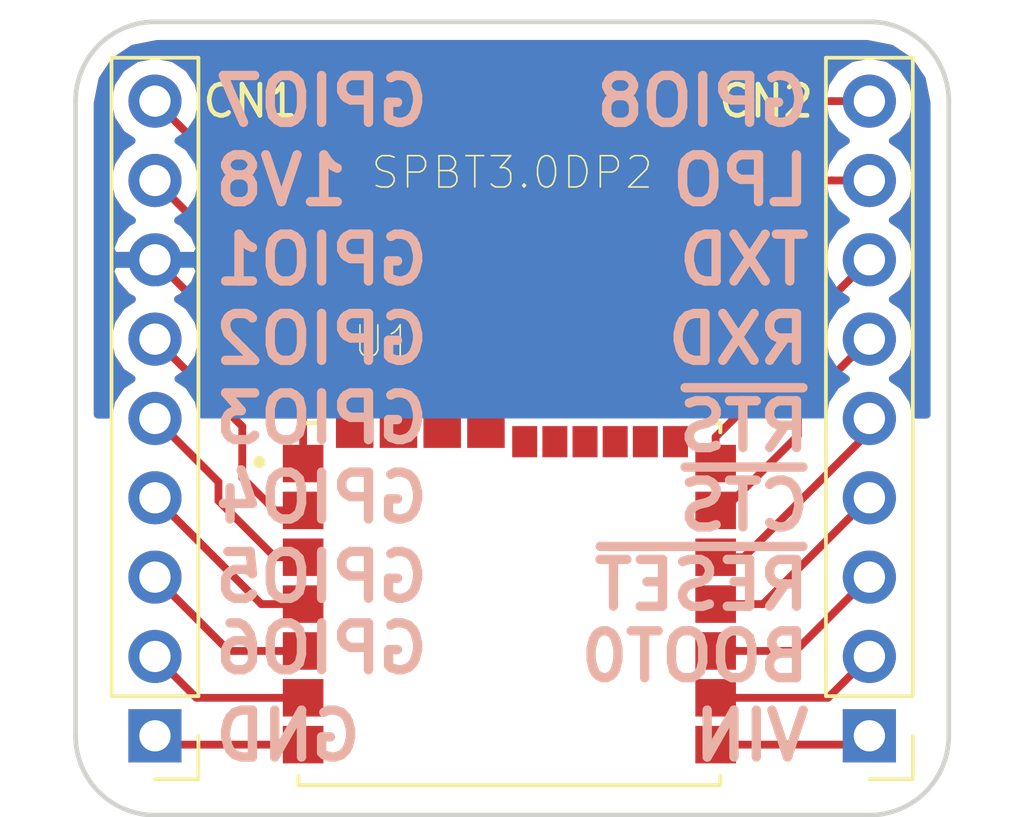
<source format=kicad_pcb>
(kicad_pcb (version 4) (host pcbnew 4.0.6)

  (general
    (links 18)
    (no_connects 0)
    (area 134.544999 86.284999 162.635001 111.835001)
    (thickness 1.6)
    (drawings 26)
    (tracks 49)
    (zones 0)
    (modules 3)
    (nets 19)
  )

  (page A4)
  (layers
    (0 F.Cu signal)
    (31 B.Cu signal)
    (32 B.Adhes user)
    (33 F.Adhes user)
    (34 B.Paste user)
    (35 F.Paste user)
    (36 B.SilkS user)
    (37 F.SilkS user)
    (38 B.Mask user)
    (39 F.Mask user)
    (40 Dwgs.User user)
    (41 Cmts.User user)
    (42 Eco1.User user)
    (43 Eco2.User user)
    (44 Edge.Cuts user)
    (45 Margin user)
    (46 B.CrtYd user)
    (47 F.CrtYd user)
    (48 B.Fab user)
    (49 F.Fab user)
  )

  (setup
    (last_trace_width 0.25)
    (trace_clearance 0.2)
    (zone_clearance 0.508)
    (zone_45_only no)
    (trace_min 0.2)
    (segment_width 0.2)
    (edge_width 0.15)
    (via_size 0.6)
    (via_drill 0.4)
    (via_min_size 0.4)
    (via_min_drill 0.3)
    (uvia_size 0.3)
    (uvia_drill 0.1)
    (uvias_allowed no)
    (uvia_min_size 0)
    (uvia_min_drill 0)
    (pcb_text_width 0.3)
    (pcb_text_size 1.5 1.5)
    (mod_edge_width 0.15)
    (mod_text_size 1 1)
    (mod_text_width 0.15)
    (pad_size 1.524 1.524)
    (pad_drill 0.762)
    (pad_to_mask_clearance 0)
    (aux_axis_origin 0 0)
    (visible_elements FFFFFF7F)
    (pcbplotparams
      (layerselection 0x010f8_80000001)
      (usegerberextensions false)
      (excludeedgelayer true)
      (linewidth 0.100000)
      (plotframeref false)
      (viasonmask false)
      (mode 1)
      (useauxorigin false)
      (hpglpennumber 1)
      (hpglpenspeed 20)
      (hpglpendiameter 15)
      (hpglpenoverlay 2)
      (psnegative false)
      (psa4output false)
      (plotreference true)
      (plotvalue true)
      (plotinvisibletext false)
      (padsonsilk false)
      (subtractmaskfromsilk false)
      (outputformat 1)
      (mirror false)
      (drillshape 0)
      (scaleselection 1)
      (outputdirectory Gerbers))
  )

  (net 0 "")
  (net 1 "Net-(CN1-Pad1)")
  (net 2 "Net-(CN1-Pad2)")
  (net 3 "Net-(CN1-Pad3)")
  (net 4 "Net-(CN1-Pad4)")
  (net 5 "Net-(CN1-Pad5)")
  (net 6 "Net-(CN1-Pad6)")
  (net 7 "Net-(CN1-Pad7)")
  (net 8 "Net-(CN1-Pad8)")
  (net 9 "Net-(CN1-Pad9)")
  (net 10 "Net-(CN2-Pad1)")
  (net 11 "Net-(CN2-Pad2)")
  (net 12 "Net-(CN2-Pad3)")
  (net 13 "Net-(CN2-Pad4)")
  (net 14 "Net-(CN2-Pad5)")
  (net 15 "Net-(CN2-Pad6)")
  (net 16 "Net-(CN2-Pad7)")
  (net 17 "Net-(CN2-Pad8)")
  (net 18 "Net-(CN2-Pad9)")

  (net_class Default "This is the default net class."
    (clearance 0.2)
    (trace_width 0.25)
    (via_dia 0.6)
    (via_drill 0.4)
    (uvia_dia 0.3)
    (uvia_drill 0.1)
    (add_net "Net-(CN1-Pad1)")
    (add_net "Net-(CN1-Pad2)")
    (add_net "Net-(CN1-Pad3)")
    (add_net "Net-(CN1-Pad4)")
    (add_net "Net-(CN1-Pad5)")
    (add_net "Net-(CN1-Pad6)")
    (add_net "Net-(CN1-Pad7)")
    (add_net "Net-(CN1-Pad8)")
    (add_net "Net-(CN1-Pad9)")
    (add_net "Net-(CN2-Pad1)")
    (add_net "Net-(CN2-Pad2)")
    (add_net "Net-(CN2-Pad3)")
    (add_net "Net-(CN2-Pad4)")
    (add_net "Net-(CN2-Pad5)")
    (add_net "Net-(CN2-Pad6)")
    (add_net "Net-(CN2-Pad7)")
    (add_net "Net-(CN2-Pad8)")
    (add_net "Net-(CN2-Pad9)")
  )

  (module Pin_Headers:Pin_Header_Straight_1x09_Pitch2.54mm (layer F.Cu) (tedit 5862ED52) (tstamp 5B2C87D2)
    (at 137.16 109.22 180)
    (descr "Through hole straight pin header, 1x09, 2.54mm pitch, single row")
    (tags "Through hole pin header THT 1x09 2.54mm single row")
    (path /5B2711CC)
    (fp_text reference CN1 (at -3.048 20.32 180) (layer F.SilkS)
      (effects (font (size 1 1) (thickness 0.15)))
    )
    (fp_text value CONN_01X09 (at 0 22.71 180) (layer F.Fab)
      (effects (font (size 1 1) (thickness 0.15)))
    )
    (fp_line (start -1.27 -1.27) (end -1.27 21.59) (layer F.Fab) (width 0.1))
    (fp_line (start -1.27 21.59) (end 1.27 21.59) (layer F.Fab) (width 0.1))
    (fp_line (start 1.27 21.59) (end 1.27 -1.27) (layer F.Fab) (width 0.1))
    (fp_line (start 1.27 -1.27) (end -1.27 -1.27) (layer F.Fab) (width 0.1))
    (fp_line (start -1.39 1.27) (end -1.39 21.71) (layer F.SilkS) (width 0.12))
    (fp_line (start -1.39 21.71) (end 1.39 21.71) (layer F.SilkS) (width 0.12))
    (fp_line (start 1.39 21.71) (end 1.39 1.27) (layer F.SilkS) (width 0.12))
    (fp_line (start 1.39 1.27) (end -1.39 1.27) (layer F.SilkS) (width 0.12))
    (fp_line (start -1.39 0) (end -1.39 -1.39) (layer F.SilkS) (width 0.12))
    (fp_line (start -1.39 -1.39) (end 0 -1.39) (layer F.SilkS) (width 0.12))
    (fp_line (start -1.6 -1.6) (end -1.6 21.9) (layer F.CrtYd) (width 0.05))
    (fp_line (start -1.6 21.9) (end 1.6 21.9) (layer F.CrtYd) (width 0.05))
    (fp_line (start 1.6 21.9) (end 1.6 -1.6) (layer F.CrtYd) (width 0.05))
    (fp_line (start 1.6 -1.6) (end -1.6 -1.6) (layer F.CrtYd) (width 0.05))
    (pad 1 thru_hole rect (at 0 0 180) (size 1.7 1.7) (drill 1) (layers *.Cu *.Mask)
      (net 1 "Net-(CN1-Pad1)"))
    (pad 2 thru_hole oval (at 0 2.54 180) (size 1.7 1.7) (drill 1) (layers *.Cu *.Mask)
      (net 2 "Net-(CN1-Pad2)"))
    (pad 3 thru_hole oval (at 0 5.08 180) (size 1.7 1.7) (drill 1) (layers *.Cu *.Mask)
      (net 3 "Net-(CN1-Pad3)"))
    (pad 4 thru_hole oval (at 0 7.62 180) (size 1.7 1.7) (drill 1) (layers *.Cu *.Mask)
      (net 4 "Net-(CN1-Pad4)"))
    (pad 5 thru_hole oval (at 0 10.16 180) (size 1.7 1.7) (drill 1) (layers *.Cu *.Mask)
      (net 5 "Net-(CN1-Pad5)"))
    (pad 6 thru_hole oval (at 0 12.7 180) (size 1.7 1.7) (drill 1) (layers *.Cu *.Mask)
      (net 6 "Net-(CN1-Pad6)"))
    (pad 7 thru_hole oval (at 0 15.24 180) (size 1.7 1.7) (drill 1) (layers *.Cu *.Mask)
      (net 7 "Net-(CN1-Pad7)"))
    (pad 8 thru_hole oval (at 0 17.78 180) (size 1.7 1.7) (drill 1) (layers *.Cu *.Mask)
      (net 8 "Net-(CN1-Pad8)"))
    (pad 9 thru_hole oval (at 0 20.32 180) (size 1.7 1.7) (drill 1) (layers *.Cu *.Mask)
      (net 9 "Net-(CN1-Pad9)"))
    (model Pin_Headers.3dshapes/Pin_Header_Straight_1x09_Pitch2.54mm.wrl
      (at (xyz 0 -0.4 0))
      (scale (xyz 1 1 1))
      (rotate (xyz 0 0 90))
    )
  )

  (module Pin_Headers:Pin_Header_Straight_1x09_Pitch2.54mm (layer F.Cu) (tedit 5862ED52) (tstamp 5B2C87ED)
    (at 160.02 109.22 180)
    (descr "Through hole straight pin header, 1x09, 2.54mm pitch, single row")
    (tags "Through hole pin header THT 1x09 2.54mm single row")
    (path /5B2710F1)
    (fp_text reference CN2 (at 3.302 20.32 180) (layer F.SilkS)
      (effects (font (size 1 1) (thickness 0.15)))
    )
    (fp_text value CONN_01X09 (at 0 22.71 180) (layer F.Fab)
      (effects (font (size 1 1) (thickness 0.15)))
    )
    (fp_line (start -1.27 -1.27) (end -1.27 21.59) (layer F.Fab) (width 0.1))
    (fp_line (start -1.27 21.59) (end 1.27 21.59) (layer F.Fab) (width 0.1))
    (fp_line (start 1.27 21.59) (end 1.27 -1.27) (layer F.Fab) (width 0.1))
    (fp_line (start 1.27 -1.27) (end -1.27 -1.27) (layer F.Fab) (width 0.1))
    (fp_line (start -1.39 1.27) (end -1.39 21.71) (layer F.SilkS) (width 0.12))
    (fp_line (start -1.39 21.71) (end 1.39 21.71) (layer F.SilkS) (width 0.12))
    (fp_line (start 1.39 21.71) (end 1.39 1.27) (layer F.SilkS) (width 0.12))
    (fp_line (start 1.39 1.27) (end -1.39 1.27) (layer F.SilkS) (width 0.12))
    (fp_line (start -1.39 0) (end -1.39 -1.39) (layer F.SilkS) (width 0.12))
    (fp_line (start -1.39 -1.39) (end 0 -1.39) (layer F.SilkS) (width 0.12))
    (fp_line (start -1.6 -1.6) (end -1.6 21.9) (layer F.CrtYd) (width 0.05))
    (fp_line (start -1.6 21.9) (end 1.6 21.9) (layer F.CrtYd) (width 0.05))
    (fp_line (start 1.6 21.9) (end 1.6 -1.6) (layer F.CrtYd) (width 0.05))
    (fp_line (start 1.6 -1.6) (end -1.6 -1.6) (layer F.CrtYd) (width 0.05))
    (pad 1 thru_hole rect (at 0 0 180) (size 1.7 1.7) (drill 1) (layers *.Cu *.Mask)
      (net 10 "Net-(CN2-Pad1)"))
    (pad 2 thru_hole oval (at 0 2.54 180) (size 1.7 1.7) (drill 1) (layers *.Cu *.Mask)
      (net 11 "Net-(CN2-Pad2)"))
    (pad 3 thru_hole oval (at 0 5.08 180) (size 1.7 1.7) (drill 1) (layers *.Cu *.Mask)
      (net 12 "Net-(CN2-Pad3)"))
    (pad 4 thru_hole oval (at 0 7.62 180) (size 1.7 1.7) (drill 1) (layers *.Cu *.Mask)
      (net 13 "Net-(CN2-Pad4)"))
    (pad 5 thru_hole oval (at 0 10.16 180) (size 1.7 1.7) (drill 1) (layers *.Cu *.Mask)
      (net 14 "Net-(CN2-Pad5)"))
    (pad 6 thru_hole oval (at 0 12.7 180) (size 1.7 1.7) (drill 1) (layers *.Cu *.Mask)
      (net 15 "Net-(CN2-Pad6)"))
    (pad 7 thru_hole oval (at 0 15.24 180) (size 1.7 1.7) (drill 1) (layers *.Cu *.Mask)
      (net 16 "Net-(CN2-Pad7)"))
    (pad 8 thru_hole oval (at 0 17.78 180) (size 1.7 1.7) (drill 1) (layers *.Cu *.Mask)
      (net 17 "Net-(CN2-Pad8)"))
    (pad 9 thru_hole oval (at 0 20.32 180) (size 1.7 1.7) (drill 1) (layers *.Cu *.Mask)
      (net 18 "Net-(CN2-Pad9)"))
    (model Pin_Headers.3dshapes/Pin_Header_Straight_1x09_Pitch2.54mm.wrl
      (at (xyz 0 -0.4 0))
      (scale (xyz 1 1 1))
      (rotate (xyz 0 0 90))
    )
  )

  (module SPBT3.0DP2:STMICRO_SPBT3.0DP2 (layer F.Cu) (tedit 0) (tstamp 5B2C8819)
    (at 148.5011 105.0036)
    (path /5B26B626)
    (attr smd)
    (fp_text reference U1 (at -4.01813 -8.402) (layer F.SilkS)
      (effects (font (size 1.00203 1.00203) (thickness 0.05)))
    )
    (fp_text value SPBT3.0DP2 (at 0.0889 -13.8176) (layer F.SilkS)
      (effects (font (size 1.00387 1.00387) (thickness 0.05)))
    )
    (fp_line (start 6.75 -5.8) (end 6.75 5.8) (layer Dwgs.User) (width 0.127))
    (fp_line (start 6.75 5.8) (end -6.75 5.8) (layer Dwgs.User) (width 0.127))
    (fp_line (start -6.75 5.8) (end -6.75 -5.8) (layer Dwgs.User) (width 0.127))
    (fp_line (start -6.75 -5.8) (end 6.75 -5.8) (layer Dwgs.User) (width 0.127))
    (fp_line (start 6.75 5.5) (end 6.75 5.8) (layer F.SilkS) (width 0.127))
    (fp_line (start 6.75 5.8) (end -6.75 5.8) (layer F.SilkS) (width 0.127))
    (fp_line (start -6.75 5.8) (end -6.75 5.5) (layer F.SilkS) (width 0.127))
    (fp_line (start -5.95 -5.8) (end -6.75 -5.8) (layer F.SilkS) (width 0.127))
    (fp_line (start -6.75 -5.8) (end -6.75 -5.45) (layer F.SilkS) (width 0.127))
    (fp_line (start 6.75 -5.5) (end 6.75 -5.8) (layer F.SilkS) (width 0.127))
    (fp_line (start 6.75 -5.8) (end 6.05 -5.8) (layer F.SilkS) (width 0.127))
    (fp_line (start 7.5 -6.55) (end 7.5 6.05) (layer Dwgs.User) (width 0.05))
    (fp_line (start 7.5 6.05) (end -7.5 6.05) (layer Dwgs.User) (width 0.05))
    (fp_line (start -7.5 6.05) (end -7.5 -6.55) (layer Dwgs.User) (width 0.05))
    (fp_line (start -7.5 -6.55) (end 7.5 -6.55) (layer Dwgs.User) (width 0.05))
    (fp_circle (center -8 -4.55) (end -7.9 -4.55) (layer F.SilkS) (width 0.2))
    (pad 1 smd rect (at -6.6 -4.5 270) (size 1.2 1.3) (layers F.Cu F.Paste F.Mask)
      (net 7 "Net-(CN1-Pad7)"))
    (pad 2 smd rect (at -6.6 -3 270) (size 1.2 1.3) (layers F.Cu F.Paste F.Mask)
      (net 6 "Net-(CN1-Pad6)"))
    (pad 3 smd rect (at -6.6 -1.5 270) (size 1.2 1.3) (layers F.Cu F.Paste F.Mask)
      (net 5 "Net-(CN1-Pad5)"))
    (pad 4 smd rect (at -6.6 0 270) (size 1.2 1.3) (layers F.Cu F.Paste F.Mask)
      (net 4 "Net-(CN1-Pad4)"))
    (pad 5 smd rect (at -6.6 1.5 270) (size 1.2 1.3) (layers F.Cu F.Paste F.Mask)
      (net 3 "Net-(CN1-Pad3)"))
    (pad 6 smd rect (at -6.6 3 270) (size 1.2 1.3) (layers F.Cu F.Paste F.Mask)
      (net 2 "Net-(CN1-Pad2)"))
    (pad 7 smd rect (at -6.6 4.5 270) (size 1.2 1.3) (layers F.Cu F.Paste F.Mask)
      (net 1 "Net-(CN1-Pad1)"))
    (pad 8 smd rect (at 6.6 4.5 270) (size 1.2 1.3) (layers F.Cu F.Paste F.Mask)
      (net 10 "Net-(CN2-Pad1)"))
    (pad 9 smd rect (at 6.6 3 270) (size 1.2 1.3) (layers F.Cu F.Paste F.Mask)
      (net 11 "Net-(CN2-Pad2)"))
    (pad 10 smd rect (at 6.6 1.5 270) (size 1.2 1.3) (layers F.Cu F.Paste F.Mask)
      (net 12 "Net-(CN2-Pad3)"))
    (pad 11 smd rect (at 6.6 0 270) (size 1.2 1.3) (layers F.Cu F.Paste F.Mask)
      (net 13 "Net-(CN2-Pad4)"))
    (pad 12 smd rect (at 6.6 -1.5 270) (size 1.2 1.3) (layers F.Cu F.Paste F.Mask)
      (net 14 "Net-(CN2-Pad5)"))
    (pad 13 smd rect (at 6.6 -3 270) (size 1.2 1.3) (layers F.Cu F.Paste F.Mask)
      (net 15 "Net-(CN2-Pad6)"))
    (pad 14 smd rect (at 6.6 -4.5 270) (size 1.2 1.3) (layers F.Cu F.Paste F.Mask)
      (net 16 "Net-(CN2-Pad7)"))
    (pad 15 smd rect (at -0.75 -5.65) (size 1.2 1.3) (layers F.Cu F.Paste F.Mask)
      (net 17 "Net-(CN2-Pad8)"))
    (pad 16 smd rect (at -2.15 -5.65) (size 1.2 1.3) (layers F.Cu F.Paste F.Mask)
      (net 18 "Net-(CN2-Pad9)"))
    (pad 17 smd rect (at -3.55 -5.65) (size 1.2 1.3) (layers F.Cu F.Paste F.Mask)
      (net 9 "Net-(CN1-Pad9)"))
    (pad 18 smd rect (at -4.95 -5.65) (size 1.2 1.3) (layers F.Cu F.Paste F.Mask)
      (net 8 "Net-(CN1-Pad8)"))
    (pad P$6 smd rect (at 0.49 -5.2) (size 0.8 1) (layers F.Cu F.Paste F.Mask))
    (pad P$5 smd rect (at 1.455 -5.2) (size 0.8 1) (layers F.Cu F.Paste F.Mask))
    (pad P$4 smd rect (at 2.42 -5.2) (size 0.8 1) (layers F.Cu F.Paste F.Mask))
    (pad P$3 smd rect (at 3.385 -5.2) (size 0.8 1) (layers F.Cu F.Paste F.Mask))
    (pad P$2 smd rect (at 4.35 -5.2) (size 0.8 1) (layers F.Cu F.Paste F.Mask))
    (pad P$1 smd rect (at 5.315 -5.2) (size 0.8 1) (layers F.Cu F.Paste F.Mask))
    (model /home/rob/SPBT3.0DP2.Breakout/SPBT3.0DP2.wrl
      (at (xyz 0 0 0))
      (scale (xyz 0.3937 0.3937 0.3937))
      (rotate (xyz -90 0 90))
    )
  )

  (gr_text BOOT0 (at 158.242 106.68) (layer B.SilkS)
    (effects (font (size 1.5 1.5) (thickness 0.3)) (justify left mirror))
  )
  (gr_text ~RESET (at 158.242 104.394) (layer B.SilkS)
    (effects (font (size 1.5 1.5) (thickness 0.3)) (justify left mirror))
  )
  (gr_text VIN (at 158.242 109.22) (layer B.SilkS)
    (effects (font (size 1.5 1.5) (thickness 0.3)) (justify left mirror))
  )
  (gr_text ~CTS (at 158.242 101.854) (layer B.SilkS)
    (effects (font (size 1.5 1.5) (thickness 0.3)) (justify left mirror))
  )
  (gr_text ~RTS (at 158.242 99.314) (layer B.SilkS)
    (effects (font (size 1.5 1.5) (thickness 0.3)) (justify left mirror))
  )
  (gr_text RXD (at 158.242 96.52) (layer B.SilkS)
    (effects (font (size 1.5 1.5) (thickness 0.3)) (justify left mirror))
  )
  (gr_text TXD (at 158.242 93.98) (layer B.SilkS)
    (effects (font (size 1.5 1.5) (thickness 0.3)) (justify left mirror))
  )
  (gr_text LPO (at 158.242 91.44) (layer B.SilkS)
    (effects (font (size 1.5 1.5) (thickness 0.3)) (justify left mirror))
  )
  (gr_text GPIO8 (at 158.242 88.9) (layer B.SilkS)
    (effects (font (size 1.5 1.5) (thickness 0.3)) (justify left mirror))
  )
  (gr_text GPIO7 (at 138.938 88.9) (layer B.SilkS)
    (effects (font (size 1.5 1.5) (thickness 0.3)) (justify right mirror))
  )
  (gr_text 1V8 (at 138.938 91.44) (layer B.SilkS)
    (effects (font (size 1.5 1.5) (thickness 0.3)) (justify right mirror))
  )
  (gr_text GPIO2 (at 138.938 96.52) (layer B.SilkS)
    (effects (font (size 1.5 1.5) (thickness 0.3)) (justify right mirror))
  )
  (gr_text GPIO3 (at 138.938 99.06) (layer B.SilkS)
    (effects (font (size 1.5 1.5) (thickness 0.3)) (justify right mirror))
  )
  (gr_text GPIO4 (at 138.938 101.6) (layer B.SilkS)
    (effects (font (size 1.5 1.5) (thickness 0.3)) (justify right mirror))
  )
  (gr_text GPIO5 (at 138.938 104.14) (layer B.SilkS)
    (effects (font (size 1.5 1.5) (thickness 0.3)) (justify right mirror))
  )
  (gr_text GPIO6 (at 138.938 106.426) (layer B.SilkS)
    (effects (font (size 1.5 1.5) (thickness 0.3)) (justify right mirror))
  )
  (gr_text GND (at 138.938 109.22) (layer B.SilkS)
    (effects (font (size 1.5 1.5) (thickness 0.3)) (justify right mirror))
  )
  (gr_text GPIO1 (at 138.938 93.98) (layer B.SilkS)
    (effects (font (size 1.5 1.5) (thickness 0.3)) (justify right mirror))
  )
  (gr_arc (start 160.02 109.22) (end 162.56 109.22) (angle 90) (layer Edge.Cuts) (width 0.15))
  (gr_arc (start 137.16 109.22) (end 137.16 111.76) (angle 90) (layer Edge.Cuts) (width 0.15))
  (gr_arc (start 137.16 88.9) (end 134.62 88.9) (angle 90) (layer Edge.Cuts) (width 0.15))
  (gr_arc (start 160.02 88.9) (end 160.02 86.36) (angle 90) (layer Edge.Cuts) (width 0.15))
  (gr_line (start 160.02 111.76) (end 137.16 111.76) (layer Edge.Cuts) (width 0.15))
  (gr_line (start 162.56 88.9) (end 162.56 109.22) (layer Edge.Cuts) (width 0.15))
  (gr_line (start 137.16 86.36) (end 160.02 86.36) (layer Edge.Cuts) (width 0.15))
  (gr_line (start 134.62 109.22) (end 134.62 88.9) (layer Edge.Cuts) (width 0.15))

  (segment (start 141.9011 109.5036) (end 137.4436 109.5036) (width 0.25) (layer F.Cu) (net 1))
  (segment (start 137.4436 109.5036) (end 137.16 109.22) (width 0.25) (layer F.Cu) (net 1))
  (segment (start 141.9011 108.0036) (end 138.4836 108.0036) (width 0.25) (layer F.Cu) (net 2))
  (segment (start 138.4836 108.0036) (end 137.16 106.68) (width 0.25) (layer F.Cu) (net 2))
  (segment (start 141.9011 106.5036) (end 139.5236 106.5036) (width 0.25) (layer F.Cu) (net 3))
  (segment (start 139.5236 106.5036) (end 137.16 104.14) (width 0.25) (layer F.Cu) (net 3))
  (segment (start 141.9011 105.0036) (end 140.5636 105.0036) (width 0.25) (layer F.Cu) (net 4))
  (segment (start 140.5636 105.0036) (end 137.16 101.6) (width 0.25) (layer F.Cu) (net 4))
  (segment (start 139.192 101.6945) (end 139.192 101.092) (width 0.25) (layer F.Cu) (net 5))
  (segment (start 139.192 101.092) (end 137.16 99.06) (width 0.25) (layer F.Cu) (net 5))
  (segment (start 141.9011 103.5036) (end 141.0011 103.5036) (width 0.25) (layer F.Cu) (net 5))
  (segment (start 141.0011 103.5036) (end 139.192 101.6945) (width 0.25) (layer F.Cu) (net 5))
  (segment (start 139.954 100.9565) (end 139.954 99.314) (width 0.25) (layer F.Cu) (net 6))
  (segment (start 139.954 99.314) (end 137.16 96.52) (width 0.25) (layer F.Cu) (net 6))
  (segment (start 141.9011 102.0036) (end 141.0011 102.0036) (width 0.25) (layer F.Cu) (net 6))
  (segment (start 141.0011 102.0036) (end 139.954 100.9565) (width 0.25) (layer F.Cu) (net 6))
  (segment (start 141.9011 100.5036) (end 141.9011 98.7211) (width 0.25) (layer F.Cu) (net 7))
  (segment (start 141.9011 98.7211) (end 137.16 93.98) (width 0.25) (layer F.Cu) (net 7))
  (segment (start 143.5511 99.3536) (end 143.5511 97.8311) (width 0.25) (layer F.Cu) (net 8))
  (segment (start 143.5511 97.8311) (end 137.16 91.44) (width 0.25) (layer F.Cu) (net 8))
  (segment (start 144.9511 99.3536) (end 144.9511 96.6911) (width 0.25) (layer F.Cu) (net 9))
  (segment (start 144.9511 96.6911) (end 137.16 88.9) (width 0.25) (layer F.Cu) (net 9))
  (segment (start 155.1011 109.5036) (end 159.7364 109.5036) (width 0.25) (layer F.Cu) (net 10))
  (segment (start 159.7364 109.5036) (end 160.02 109.22) (width 0.25) (layer F.Cu) (net 10))
  (segment (start 155.1011 108.0036) (end 158.6964 108.0036) (width 0.25) (layer F.Cu) (net 11))
  (segment (start 158.6964 108.0036) (end 160.02 106.68) (width 0.25) (layer F.Cu) (net 11))
  (segment (start 155.1011 106.5036) (end 157.6564 106.5036) (width 0.25) (layer F.Cu) (net 12))
  (segment (start 157.6564 106.5036) (end 160.02 104.14) (width 0.25) (layer F.Cu) (net 12))
  (segment (start 155.1011 105.0036) (end 156.6164 105.0036) (width 0.25) (layer F.Cu) (net 13))
  (segment (start 156.6164 105.0036) (end 160.02 101.6) (width 0.25) (layer F.Cu) (net 13))
  (segment (start 155.1011 103.5036) (end 156.0011 103.5036) (width 0.25) (layer F.Cu) (net 14))
  (segment (start 156.0011 103.5036) (end 160.02 99.4847) (width 0.25) (layer F.Cu) (net 14))
  (segment (start 160.02 99.4847) (end 160.02 99.06) (width 0.25) (layer F.Cu) (net 14))
  (segment (start 157.734 99.606998) (end 157.734 98.806) (width 0.25) (layer F.Cu) (net 15))
  (segment (start 157.734 98.806) (end 160.02 96.52) (width 0.25) (layer F.Cu) (net 15))
  (segment (start 155.1011 102.0036) (end 155.337398 102.0036) (width 0.25) (layer F.Cu) (net 15))
  (segment (start 155.337398 102.0036) (end 157.734 99.606998) (width 0.25) (layer F.Cu) (net 15))
  (segment (start 157.734 97.0207) (end 157.734 96.266) (width 0.25) (layer F.Cu) (net 16))
  (segment (start 157.734 96.266) (end 160.02 93.98) (width 0.25) (layer F.Cu) (net 16))
  (segment (start 155.1011 100.5036) (end 155.1011 99.6536) (width 0.25) (layer F.Cu) (net 16))
  (segment (start 155.1011 99.6536) (end 157.734 97.0207) (width 0.25) (layer F.Cu) (net 16))
  (segment (start 158.817919 91.44) (end 160.02 91.44) (width 0.25) (layer F.Cu) (net 17))
  (segment (start 155.448 91.44) (end 158.817919 91.44) (width 0.25) (layer F.Cu) (net 17))
  (segment (start 147.7511 99.1369) (end 155.448 91.44) (width 0.25) (layer F.Cu) (net 17))
  (segment (start 147.7511 99.3536) (end 147.7511 99.1369) (width 0.25) (layer F.Cu) (net 17))
  (segment (start 146.3511 99.3536) (end 146.3511 98.4536) (width 0.25) (layer F.Cu) (net 18))
  (segment (start 146.3511 98.4536) (end 155.9047 88.9) (width 0.25) (layer F.Cu) (net 18))
  (segment (start 155.9047 88.9) (end 158.817919 88.9) (width 0.25) (layer F.Cu) (net 18))
  (segment (start 158.817919 88.9) (end 160.02 88.9) (width 0.25) (layer F.Cu) (net 18))

  (zone (net 7) (net_name "Net-(CN1-Pad7)") (layer F.Cu) (tstamp 0) (hatch edge 0.508)
    (connect_pads (clearance 0.508))
    (min_thickness 0.254)
    (fill yes (arc_segments 16) (thermal_gap 0.508) (thermal_bridge_width 0.508))
    (polygon
      (pts
        (xy 162.56 99.06) (xy 134.62 99.06) (xy 134.62 86.36) (xy 162.56 86.36)
      )
    )
    (filled_polygon
      (pts
        (xy 160.714989 87.222152) (xy 161.30417 87.61583) (xy 161.697848 88.205011) (xy 161.85 88.969931) (xy 161.85 98.933)
        (xy 161.508831 98.933) (xy 161.421054 98.491715) (xy 161.099147 98.009946) (xy 160.769974 97.79) (xy 161.099147 97.570054)
        (xy 161.421054 97.088285) (xy 161.534093 96.52) (xy 161.421054 95.951715) (xy 161.099147 95.469946) (xy 160.769974 95.25)
        (xy 161.099147 95.030054) (xy 161.421054 94.548285) (xy 161.534093 93.98) (xy 161.421054 93.411715) (xy 161.099147 92.929946)
        (xy 160.769974 92.71) (xy 161.099147 92.490054) (xy 161.421054 92.008285) (xy 161.534093 91.44) (xy 161.421054 90.871715)
        (xy 161.099147 90.389946) (xy 160.769974 90.17) (xy 161.099147 89.950054) (xy 161.421054 89.468285) (xy 161.534093 88.9)
        (xy 161.421054 88.331715) (xy 161.099147 87.849946) (xy 160.617378 87.528039) (xy 160.049093 87.415) (xy 159.990907 87.415)
        (xy 159.422622 87.528039) (xy 158.940853 87.849946) (xy 158.747046 88.14) (xy 155.9047 88.14) (xy 155.613861 88.197852)
        (xy 155.367299 88.362599) (xy 145.813699 97.916199) (xy 145.715734 98.062815) (xy 145.7111 98.063687) (xy 145.7111 96.6911)
        (xy 145.677066 96.52) (xy 145.653248 96.40026) (xy 145.488501 96.153699) (xy 138.60121 89.266408) (xy 138.674093 88.9)
        (xy 138.561054 88.331715) (xy 138.239147 87.849946) (xy 137.757378 87.528039) (xy 137.189093 87.415) (xy 137.130907 87.415)
        (xy 136.562622 87.528039) (xy 136.080853 87.849946) (xy 135.758946 88.331715) (xy 135.645907 88.9) (xy 135.758946 89.468285)
        (xy 136.080853 89.950054) (xy 136.410026 90.17) (xy 136.080853 90.389946) (xy 135.758946 90.871715) (xy 135.645907 91.44)
        (xy 135.758946 92.008285) (xy 136.080853 92.490054) (xy 136.421553 92.717702) (xy 136.278642 92.784817) (xy 135.888355 93.213076)
        (xy 135.718524 93.62311) (xy 135.839845 93.853) (xy 137.033 93.853) (xy 137.033 93.833) (xy 137.287 93.833)
        (xy 137.287 93.853) (xy 137.307 93.853) (xy 137.307 94.107) (xy 137.287 94.107) (xy 137.287 94.127)
        (xy 137.033 94.127) (xy 137.033 94.107) (xy 135.839845 94.107) (xy 135.718524 94.33689) (xy 135.888355 94.746924)
        (xy 136.278642 95.175183) (xy 136.421553 95.242298) (xy 136.080853 95.469946) (xy 135.758946 95.951715) (xy 135.645907 96.52)
        (xy 135.758946 97.088285) (xy 136.080853 97.570054) (xy 136.410026 97.79) (xy 136.080853 98.009946) (xy 135.758946 98.491715)
        (xy 135.671169 98.933) (xy 135.33 98.933) (xy 135.33 88.969931) (xy 135.482152 88.205011) (xy 135.87583 87.61583)
        (xy 136.465011 87.222152) (xy 137.229931 87.07) (xy 159.950069 87.07)
      )
    )
    (filled_polygon
      (pts
        (xy 142.740908 98.09571) (xy 142.715783 98.100438) (xy 142.499659 98.23951) (xy 142.354669 98.45171) (xy 142.30366 98.7036)
        (xy 142.30366 98.933) (xy 140.595905 98.933) (xy 140.491401 98.776599) (xy 138.60121 96.886408) (xy 138.674093 96.52)
        (xy 138.561054 95.951715) (xy 138.239147 95.469946) (xy 137.898447 95.242298) (xy 138.041358 95.175183) (xy 138.431645 94.746924)
        (xy 138.601476 94.33689) (xy 138.480156 94.107002) (xy 138.645 94.107002) (xy 138.645 93.999802)
      )
    )
  )
  (zone (net 7) (net_name "Net-(CN1-Pad7)") (layer B.Cu) (tstamp 0) (hatch edge 0.508)
    (connect_pads (clearance 0.508))
    (min_thickness 0.254)
    (fill yes (arc_segments 16) (thermal_gap 0.508) (thermal_bridge_width 0.508))
    (polygon
      (pts
        (xy 134.62 86.36) (xy 162.56 86.36) (xy 162.56 99.06) (xy 134.62 99.06)
      )
    )
    (filled_polygon
      (pts
        (xy 160.714989 87.222152) (xy 161.30417 87.61583) (xy 161.697848 88.205011) (xy 161.85 88.969931) (xy 161.85 98.933)
        (xy 161.508831 98.933) (xy 161.421054 98.491715) (xy 161.099147 98.009946) (xy 160.769974 97.79) (xy 161.099147 97.570054)
        (xy 161.421054 97.088285) (xy 161.534093 96.52) (xy 161.421054 95.951715) (xy 161.099147 95.469946) (xy 160.769974 95.25)
        (xy 161.099147 95.030054) (xy 161.421054 94.548285) (xy 161.534093 93.98) (xy 161.421054 93.411715) (xy 161.099147 92.929946)
        (xy 160.769974 92.71) (xy 161.099147 92.490054) (xy 161.421054 92.008285) (xy 161.534093 91.44) (xy 161.421054 90.871715)
        (xy 161.099147 90.389946) (xy 160.769974 90.17) (xy 161.099147 89.950054) (xy 161.421054 89.468285) (xy 161.534093 88.9)
        (xy 161.421054 88.331715) (xy 161.099147 87.849946) (xy 160.617378 87.528039) (xy 160.049093 87.415) (xy 159.990907 87.415)
        (xy 159.422622 87.528039) (xy 158.940853 87.849946) (xy 158.618946 88.331715) (xy 158.505907 88.9) (xy 158.618946 89.468285)
        (xy 158.940853 89.950054) (xy 159.270026 90.17) (xy 158.940853 90.389946) (xy 158.618946 90.871715) (xy 158.505907 91.44)
        (xy 158.618946 92.008285) (xy 158.940853 92.490054) (xy 159.270026 92.71) (xy 158.940853 92.929946) (xy 158.618946 93.411715)
        (xy 158.505907 93.98) (xy 158.618946 94.548285) (xy 158.940853 95.030054) (xy 159.270026 95.25) (xy 158.940853 95.469946)
        (xy 158.618946 95.951715) (xy 158.505907 96.52) (xy 158.618946 97.088285) (xy 158.940853 97.570054) (xy 159.270026 97.79)
        (xy 158.940853 98.009946) (xy 158.618946 98.491715) (xy 158.531169 98.933) (xy 138.648831 98.933) (xy 138.561054 98.491715)
        (xy 138.239147 98.009946) (xy 137.909974 97.79) (xy 138.239147 97.570054) (xy 138.561054 97.088285) (xy 138.674093 96.52)
        (xy 138.561054 95.951715) (xy 138.239147 95.469946) (xy 137.898447 95.242298) (xy 138.041358 95.175183) (xy 138.431645 94.746924)
        (xy 138.601476 94.33689) (xy 138.480155 94.107) (xy 137.287 94.107) (xy 137.287 94.127) (xy 137.033 94.127)
        (xy 137.033 94.107) (xy 135.839845 94.107) (xy 135.718524 94.33689) (xy 135.888355 94.746924) (xy 136.278642 95.175183)
        (xy 136.421553 95.242298) (xy 136.080853 95.469946) (xy 135.758946 95.951715) (xy 135.645907 96.52) (xy 135.758946 97.088285)
        (xy 136.080853 97.570054) (xy 136.410026 97.79) (xy 136.080853 98.009946) (xy 135.758946 98.491715) (xy 135.671169 98.933)
        (xy 135.33 98.933) (xy 135.33 88.969931) (xy 135.34391 88.9) (xy 135.645907 88.9) (xy 135.758946 89.468285)
        (xy 136.080853 89.950054) (xy 136.410026 90.17) (xy 136.080853 90.389946) (xy 135.758946 90.871715) (xy 135.645907 91.44)
        (xy 135.758946 92.008285) (xy 136.080853 92.490054) (xy 136.421553 92.717702) (xy 136.278642 92.784817) (xy 135.888355 93.213076)
        (xy 135.718524 93.62311) (xy 135.839845 93.853) (xy 137.033 93.853) (xy 137.033 93.833) (xy 137.287 93.833)
        (xy 137.287 93.853) (xy 138.480155 93.853) (xy 138.601476 93.62311) (xy 138.431645 93.213076) (xy 138.041358 92.784817)
        (xy 137.898447 92.717702) (xy 138.239147 92.490054) (xy 138.561054 92.008285) (xy 138.674093 91.44) (xy 138.561054 90.871715)
        (xy 138.239147 90.389946) (xy 137.909974 90.17) (xy 138.239147 89.950054) (xy 138.561054 89.468285) (xy 138.674093 88.9)
        (xy 138.561054 88.331715) (xy 138.239147 87.849946) (xy 137.757378 87.528039) (xy 137.189093 87.415) (xy 137.130907 87.415)
        (xy 136.562622 87.528039) (xy 136.080853 87.849946) (xy 135.758946 88.331715) (xy 135.645907 88.9) (xy 135.34391 88.9)
        (xy 135.482152 88.205011) (xy 135.87583 87.61583) (xy 136.465011 87.222152) (xy 137.229931 87.07) (xy 159.950069 87.07)
      )
    )
  )
)

</source>
